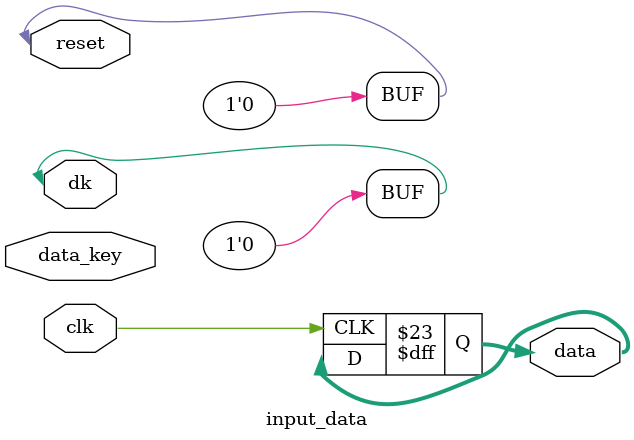
<source format=v>
module input_data(
    input clk,
    input reset,
    output [2:0]data, // the password to compare
    input dk,
     input [2:0]data_key,
    );


integer temp;
reg clkdiv;


initial
begin 
 temp=0;
 clkdiv=1'b0;
 data=3'b000;
 reset=0;
 dk=0;
end

//initial locked=1'b0;

always@(posedge clk)
begin
    temp=temp+1;
    if(temp==2000000)
    begin
        clkdiv=~clkdiv;
        temp=0;
    end
end


    always@(posedge clk)
begin
    if(reset==1)
    begin
 data=3'b000;
    end
 else
 begin
    if(dk)
    begin
        data=data_key;
    end
    else
    data=data;
end
end
endmodule

</source>
